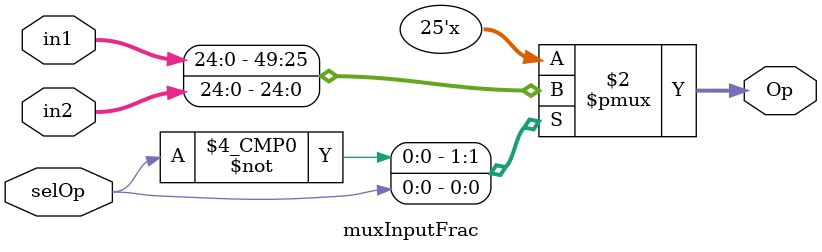
<source format=v>
module muxInputFrac(input [24:0] in1, input [24:0] in2, input selOp, output reg [24:0] Op);
	always @ (in1 or in2 or selOp)
	begin
		case (selOp)
			0:
			begin
				Op=in1;
			end
			1:
			begin
				Op=in2;
			end
		endcase
	end
endmodule
</source>
